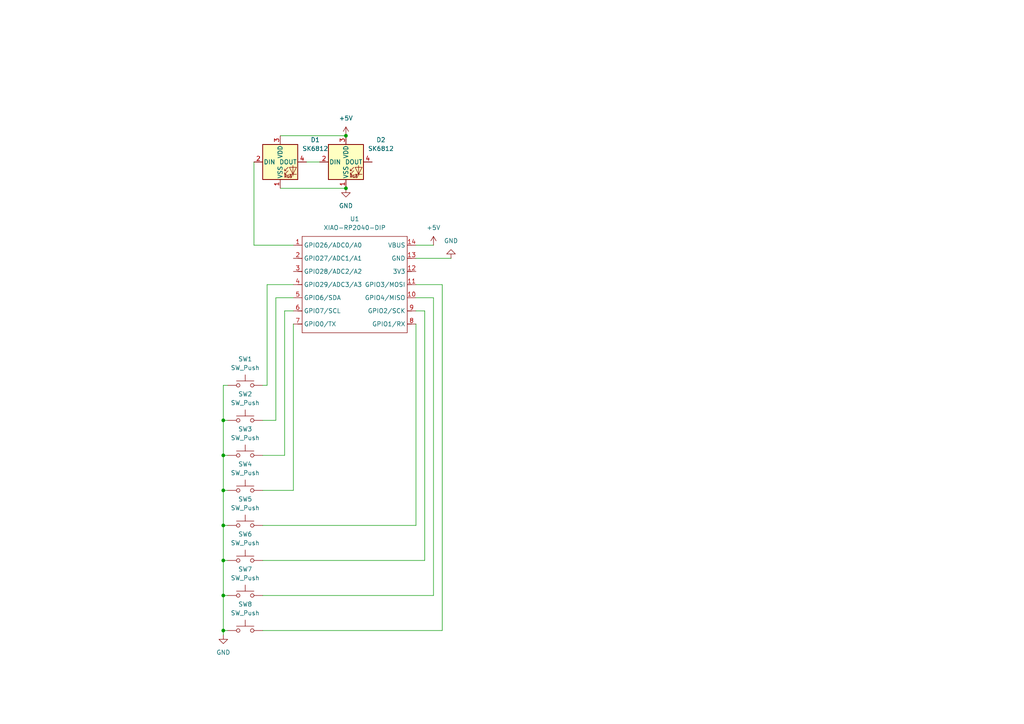
<source format=kicad_sch>
(kicad_sch (version 20250114) (generator "eeschema") (generator_version "9.0")
  (paper "A4")
  (lib_symbols
    (symbol "LED:SK6812" (pin_names (offset 0.254))
      (property "Reference" "D" (at 5.08 5.715 0))
      (property "Value" "SK6812" (at 1.27 -5.715 0))
      (symbol "SK6812_0_0"
        (text "RGB" (at 2.286 -4.191 0) (effects (font (size 0.762 0.762))))
      )
      (symbol "SK6812_0_1"
        (polyline (pts (xy 1.27 -2.54) (xy 1.778 -2.54)))
        (polyline (pts (xy 1.27 -3.556) (xy 1.778 -3.556)))
        (polyline (pts (xy 2.286 -1.524) (xy 1.27 -2.54) (xy 1.27 -2.032)))
        (polyline (pts (xy 2.286 -2.54) (xy 1.27 -3.556) (xy 1.27 -3.048)))
        (polyline (pts (xy 3.683 -1.016) (xy 3.683 -3.556) (xy 3.683 -4.064)))
        (polyline (pts (xy 4.699 -1.524) (xy 2.667 -1.524) (xy 3.683 -3.556) (xy 4.699 -1.524)))
        (polyline (pts (xy 4.699 -3.556) (xy 2.667 -3.556)))
        (rectangle (start 5.08 5.08) (end -5.08 -5.08) (stroke (width 0.254)) (fill (type background)))
      )
      (symbol "SK6812_1_1"
        (pin input line (at -7.62 0 0) (length 2.54) (name "DIN") (number "2"))
        (pin power_in line (at 0 7.62 270) (length 2.54) (name "VDD") (number "3"))
        (pin power_in line (at 0 -7.62 90) (length 2.54) (name "VSS") (number "1"))
        (pin output line (at 7.62 0 180) (length 2.54) (name "DOUT") (number "4"))
      )
    )
    (symbol "OPL:XIAO-RP2040-DIP"
      (property "Reference" "U" (at 0 0 0))
      (property "Value" "XIAO-RP2040-DIP" (at 5.334 -1.778 0))
      (symbol "XIAO-RP2040-DIP_1_0"
        (polyline (pts (xy -1.27 -2.54) (xy 29.21 -2.54)) (stroke (width 0.1524)))
        (polyline (pts (xy -1.27 -5.08) (xy -2.54 -5.08)) (stroke (width 0.1524)))
        (polyline (pts (xy -1.27 -5.08) (xy -1.27 -2.54)) (stroke (width 0.1524)))
        (polyline (pts (xy -1.27 -8.89) (xy -2.54 -8.89)) (stroke (width 0.1524)))
        (polyline (pts (xy -1.27 -8.89) (xy -1.27 -5.08)) (stroke (width 0.1524)))
        (polyline (pts (xy -1.27 -12.7) (xy -2.54 -12.7)) (stroke (width 0.1524)))
        (polyline (pts (xy -1.27 -12.7) (xy -1.27 -8.89)) (stroke (width 0.1524)))
        (polyline (pts (xy -1.27 -16.51) (xy -2.54 -16.51)) (stroke (width 0.1524)))
        (polyline (pts (xy -1.27 -16.51) (xy -1.27 -12.7)) (stroke (width 0.1524)))
        (polyline (pts (xy -1.27 -20.32) (xy -2.54 -20.32)) (stroke (width 0.1524)))
        (polyline (pts (xy -1.27 -24.13) (xy -2.54 -24.13)) (stroke (width 0.1524)))
        (polyline (pts (xy -1.27 -27.94) (xy -2.54 -27.94)) (stroke (width 0.1524)))
        (polyline (pts (xy -1.27 -30.48) (xy -1.27 -16.51)) (stroke (width 0.1524)))
        (polyline (pts (xy 29.21 -2.54) (xy 29.21 -5.08)) (stroke (width 0.1524)))
        (polyline (pts (xy 29.21 -5.08) (xy 29.21 -8.89)) (stroke (width 0.1524)))
        (polyline (pts (xy 29.21 -8.89) (xy 29.21 -12.7)) (stroke (width 0.1524)))
        (polyline (pts (xy 29.21 -12.7) (xy 29.21 -30.48)) (stroke (width 0.1524)))
        (polyline (pts (xy 29.21 -30.48) (xy -1.27 -30.48)) (stroke (width 0.1524)))
        (polyline (pts (xy 30.48 -5.08) (xy 29.21 -5.08)) (stroke (width 0.1524)))
        (polyline (pts (xy 30.48 -8.89) (xy 29.21 -8.89)) (stroke (width 0.1524)))
        (polyline (pts (xy 30.48 -12.7) (xy 29.21 -12.7)) (stroke (width 0.1524)))
        (polyline (pts (xy 30.48 -16.51) (xy 29.21 -16.51)) (stroke (width 0.1524)))
        (polyline (pts (xy 30.48 -20.32) (xy 29.21 -20.32)) (stroke (width 0.1524)))
        (polyline (pts (xy 30.48 -24.13) (xy 29.21 -24.13)) (stroke (width 0.1524)))
        (polyline (pts (xy 30.48 -27.94) (xy 29.21 -27.94)) (stroke (width 0.1524)))
        (pin passive line (at -3.81 -5.08 0) (length 2.54) (name "GPIO26/ADC0/A0") (number "1"))
        (pin passive line (at -3.81 -8.89 0) (length 2.54) (name "GPIO27/ADC1/A1") (number "2"))
        (pin passive line (at -3.81 -12.7 0) (length 2.54) (name "GPIO28/ADC2/A2") (number "3"))
        (pin passive line (at -3.81 -16.51 0) (length 2.54) (name "GPIO29/ADC3/A3") (number "4"))
        (pin passive line (at -3.81 -20.32 0) (length 2.54) (name "GPIO6/SDA") (number "5"))
        (pin passive line (at -3.81 -24.13 0) (length 2.54) (name "GPIO7/SCL") (number "6"))
        (pin passive line (at -3.81 -27.94 0) (length 2.54) (name "GPIO0/TX") (number "7"))
        (pin passive line (at 31.75 -5.08 180) (length 2.54) (name "VBUS") (number "14"))
        (pin passive line (at 31.75 -8.89 180) (length 2.54) (name "GND") (number "13"))
        (pin passive line (at 31.75 -12.7 180) (length 2.54) (name "3V3") (number "12"))
        (pin passive line (at 31.75 -16.51 180) (length 2.54) (name "GPIO3/MOSI") (number "11"))
        (pin passive line (at 31.75 -20.32 180) (length 2.54) (name "GPIO4/MISO") (number "10"))
        (pin passive line (at 31.75 -24.13 180) (length 2.54) (name "GPIO2/SCK") (number "9"))
        (pin passive line (at 31.75 -27.94 180) (length 2.54) (name "GPIO1/RX") (number "8"))
      )
    )
    (symbol "POWER:+5V" (power) (pin_numbers (hide yes)) (pin_names (offset 0) (hide yes))
      (property "Value" "+5V" (at 0 3.556 0))
      (symbol "+5V_0_1"
        (polyline (pts (xy -0.762 1.27) (xy 0 2.54)))
        (polyline (pts (xy 0 2.54) (xy 0.762 1.27)))
        (polyline (pts (xy 0 0) (xy 0 2.54)))
      )
      (symbol "+5V_1_1"
        (pin power_in line (at 0 0 90) (length 0) (name "~") (number "1"))
      )
    )
    (symbol "POWER:GND" (power) (pin_numbers (hide yes)) (pin_names (offset 0) (hide yes))
      (property "Value" "GND" (at 0 -3.81 0))
      (symbol "GND_0_1"
        (polyline (pts (xy 0 0) (xy 0 -1.27) (xy 1.27 -1.27) (xy 0 -2.54) (xy -1.27 -1.27) (xy 0 -1.27)))
      )
      (symbol "GND_1_1"
        (pin power_in line (at 0 0 270) (length 0) (name "~") (number "1"))
      )
    )
    (symbol "SWITCG:SW_Push" (pin_numbers (hide yes)) (pin_names (offset 1.016) (hide yes))
      (property "Reference" "SW" (at 1.27 2.54 0))
      (property "Value" "SW_Push" (at 0 -1.524 0))
      (symbol "SW_Push_0_1"
        (circle (center -2.032 0) (radius 0.508))
        (polyline (pts (xy 0 1.27) (xy 0 3.048)))
        (circle (center 2.032 0) (radius 0.508))
        (polyline (pts (xy 2.54 1.27) (xy -2.54 1.27)))
        (pin passive line (at -5.08 0 0) (length 2.54) (name "1") (number "1"))
        (pin passive line (at 5.08 0 180) (length 2.54) (name "2") (number "2"))
      )
    )
  )
  (junction (at 100.33 54.61))
  (junction (at 64.77 172.72))
  (junction (at 64.77 152.4))
  (junction (at 64.77 142.24))
  (junction (at 64.77 121.92))
  (junction (at 64.77 132.08))
  (junction (at 100.33 39.37))
  (junction (at 64.77 182.88))
  (junction (at 64.77 162.56))
  (wire (pts (xy 73.66 46.99) (xy 73.66 71.12)))
  (wire (pts (xy 80.01 121.92) (xy 76.2 121.92)))
  (wire (pts (xy 128.27 82.55) (xy 128.27 182.88)))
  (wire (pts (xy 85.09 93.98) (xy 85.09 142.24)))
  (wire (pts (xy 66.04 162.56) (xy 64.77 162.56)))
  (wire (pts (xy 120.65 93.98) (xy 120.65 152.4)))
  (wire (pts (xy 120.65 90.17) (xy 123.19 90.17)))
  (wire (pts (xy 82.55 90.17) (xy 82.55 132.08)))
  (wire (pts (xy 120.65 74.93) (xy 130.81 74.93)))
  (wire (pts (xy 120.65 82.55) (xy 128.27 82.55)))
  (wire (pts (xy 64.77 142.24) (xy 64.77 152.4)))
  (wire (pts (xy 120.65 86.36) (xy 125.73 86.36)))
  (wire (pts (xy 66.04 172.72) (xy 64.77 172.72)))
  (wire (pts (xy 66.04 152.4) (xy 64.77 152.4)))
  (wire (pts (xy 128.27 182.88) (xy 76.2 182.88)))
  (wire (pts (xy 77.47 82.55) (xy 77.47 111.76)))
  (wire (pts (xy 64.77 172.72) (xy 64.77 182.88)))
  (wire (pts (xy 125.73 172.72) (xy 76.2 172.72)))
  (wire (pts (xy 64.77 121.92) (xy 64.77 132.08)))
  (wire (pts (xy 64.77 132.08) (xy 64.77 142.24)))
  (wire (pts (xy 81.28 39.37) (xy 100.33 39.37)))
  (wire (pts (xy 64.77 182.88) (xy 64.77 184.15)))
  (wire (pts (xy 85.09 82.55) (xy 77.47 82.55)))
  (wire (pts (xy 66.04 121.92) (xy 64.77 121.92)))
  (wire (pts (xy 120.65 71.12) (xy 125.73 71.12)))
  (wire (pts (xy 88.9 46.99) (xy 92.71 46.99)))
  (wire (pts (xy 123.19 162.56) (xy 76.2 162.56)))
  (wire (pts (xy 64.77 152.4) (xy 64.77 162.56)))
  (wire (pts (xy 120.65 152.4) (xy 76.2 152.4)))
  (wire (pts (xy 66.04 142.24) (xy 64.77 142.24)))
  (wire (pts (xy 73.66 71.12) (xy 85.09 71.12)))
  (wire (pts (xy 66.04 111.76) (xy 64.77 111.76)))
  (wire (pts (xy 85.09 86.36) (xy 80.01 86.36)))
  (wire (pts (xy 66.04 132.08) (xy 64.77 132.08)))
  (wire (pts (xy 125.73 86.36) (xy 125.73 172.72)))
  (wire (pts (xy 123.19 90.17) (xy 123.19 162.56)))
  (wire (pts (xy 80.01 86.36) (xy 80.01 121.92)))
  (wire (pts (xy 77.47 111.76) (xy 76.2 111.76)))
  (wire (pts (xy 66.04 182.88) (xy 64.77 182.88)))
  (wire (pts (xy 85.09 90.17) (xy 82.55 90.17)))
  (wire (pts (xy 64.77 111.76) (xy 64.77 121.92)))
  (wire (pts (xy 81.28 54.61) (xy 100.33 54.61)))
  (wire (pts (xy 82.55 132.08) (xy 76.2 132.08)))
  (wire (pts (xy 64.77 162.56) (xy 64.77 172.72)))
  (wire (pts (xy 85.09 142.24) (xy 76.2 142.24)))
  (symbol (lib_id "SWITCG:SW_Push") (at 71.12 142.24 0) (unit 1)
    (property "Reference" "SW4" (at 71.12 134.62 0))
    (property "Value" "SW_Push" (at 71.12 137.16 0))
    (property "Footprint" "Button_Switch_Keyboard:SW_Cherry_MX_1.00u_PCB" (effects (hide yes)))
    (property "Description" "Push button switch, generic, two pins" (effects (hide yes)))
  )
  (symbol (lib_id "SWITCG:SW_Push") (at 71.12 132.08 0) (unit 1)
    (property "Reference" "SW3" (at 71.12 124.46 0))
    (property "Value" "SW_Push" (at 71.12 127 0))
    (property "Footprint" "Button_Switch_Keyboard:SW_Cherry_MX_1.00u_PCB" (effects (hide yes)))
    (property "Description" "Push button switch, generic, two pins" (effects (hide yes)))
  )
  (symbol (lib_id "SWITCG:SW_Push") (at 71.12 172.72 0) (unit 1)
    (property "Reference" "SW7" (at 71.12 165.1 0))
    (property "Value" "SW_Push" (at 71.12 167.64 0))
    (property "Footprint" "Button_Switch_Keyboard:SW_Cherry_MX_1.00u_PCB" (effects (hide yes)))
    (property "Description" "Push button switch, generic, two pins" (effects (hide yes)))
  )
  (symbol (lib_id "SWITCG:SW_Push") (at 71.12 182.88 0) (unit 1)
    (property "Reference" "SW8" (at 71.12 175.26 0))
    (property "Value" "SW_Push" (at 71.12 177.8 0))
    (property "Footprint" "Button_Switch_Keyboard:SW_Cherry_MX_1.00u_PCB" (effects (hide yes)))
    (property "Description" "Push button switch, generic, two pins" (effects (hide yes)))
  )
  (symbol (lib_id "SWITCG:SW_Push") (at 71.12 162.56 0) (unit 1)
    (property "Reference" "SW6" (at 71.12 154.94 0))
    (property "Value" "SW_Push" (at 71.12 157.48 0))
    (property "Footprint" "Button_Switch_Keyboard:SW_Cherry_MX_1.00u_PCB" (effects (hide yes)))
    (property "Description" "Push button switch, generic, two pins" (effects (hide yes)))
  )
  (symbol (lib_id "LED:SK6812") (at 81.28 46.99 0) (unit 1)
    (property "Reference" "D1" (at 91.44 40.5698 0))
    (property "Value" "SK6812" (at 91.44 43.1098 0))
    (property "Footprint" "LED_SMD:LED_SK6812_PLCC4_5.0x5.0mm_P3.2mm" (effects (hide yes)))
    (property "Datasheet" "https://cdn-shop.adafruit.com/product-files/1138/SK6812+LED+datasheet+.pdf" (effects (hide yes)))
    (property "Description" "RGB LED with integrated controller" (effects (hide yes)))
  )
  (symbol (lib_id "POWER:+5V") (at 100.33 39.37 0) (unit 1)
    (property "Reference" "#PWR04" (effects (hide yes)))
    (property "Value" "+5V" (at 100.33 34.29 0))
    (property "Description" "Power symbol creates a global label with name \"+5V\"" (effects (hide yes)))
  )
  (symbol (lib_id "POWER:+5V") (at 125.73 71.12 0) (unit 1)
    (property "Reference" "#PWR01" (effects (hide yes)))
    (property "Value" "+5V" (at 125.73 66.04 0))
    (property "Description" "Power symbol creates a global label with name \"+5V\"" (effects (hide yes)))
  )
  (symbol (lib_id "SWITCG:SW_Push") (at 71.12 121.92 0) (unit 1)
    (property "Reference" "SW2" (at 71.12 114.3 0))
    (property "Value" "SW_Push" (at 71.12 116.84 0))
    (property "Footprint" "Button_Switch_Keyboard:SW_Cherry_MX_1.00u_PCB" (effects (hide yes)))
    (property "Description" "Push button switch, generic, two pins" (effects (hide yes)))
  )
  (symbol (lib_id "SWITCG:SW_Push") (at 71.12 111.76 0) (unit 1)
    (property "Reference" "SW1" (at 71.12 104.14 0))
    (property "Value" "SW_Push" (at 71.12 106.68 0))
    (property "Footprint" "Button_Switch_Keyboard:SW_Cherry_MX_1.00u_PCB" (effects (hide yes)))
    (property "Description" "Push button switch, generic, two pins" (effects (hide yes)))
  )
  (symbol (lib_id "POWER:GND") (at 130.81 74.93 180) (unit 1)
    (property "Reference" "#PWR02" (effects (hide yes)))
    (property "Value" "GND" (at 130.81 69.85 0))
    (property "Description" "Power symbol creates a global label with name \"GND\" , ground" (effects (hide yes)))
  )
  (symbol (lib_id "LED:SK6812") (at 100.33 46.99 0) (unit 1)
    (property "Reference" "D2" (at 110.49 40.5698 0))
    (property "Value" "SK6812" (at 110.49 43.1098 0))
    (property "Footprint" "LED_SMD:LED_SK6812_PLCC4_5.0x5.0mm_P3.2mm" (effects (hide yes)))
    (property "Datasheet" "https://cdn-shop.adafruit.com/product-files/1138/SK6812+LED+datasheet+.pdf" (effects (hide yes)))
    (property "Description" "RGB LED with integrated controller" (effects (hide yes)))
  )
  (symbol (lib_id "SWITCG:SW_Push") (at 71.12 152.4 0) (unit 1)
    (property "Reference" "SW5" (at 71.12 144.78 0))
    (property "Value" "SW_Push" (at 71.12 147.32 0))
    (property "Footprint" "Button_Switch_Keyboard:SW_Cherry_MX_1.00u_PCB" (effects (hide yes)))
    (property "Description" "Push button switch, generic, two pins" (effects (hide yes)))
  )
  (symbol (lib_id "OPL:XIAO-RP2040-DIP") (at 88.9 66.04 0) (unit 1)
    (property "Reference" "U1" (at 102.87 63.5 0))
    (property "Value" "XIAO-RP2040-DIP" (at 102.87 66.04 0))
    (property "Footprint" "FEET:XIAO-RP2350-DIP" (effects (hide yes)))
  )
  (symbol (lib_id "POWER:GND") (at 100.33 54.61 0) (unit 1)
    (property "Reference" "#PWR05" (effects (hide yes)))
    (property "Value" "GND" (at 100.33 59.69 0))
    (property "Description" "Power symbol creates a global label with name \"GND\" , ground" (effects (hide yes)))
  )
  (symbol (lib_id "POWER:GND") (at 64.77 184.15 0) (unit 1)
    (property "Reference" "#PWR03" (effects (hide yes)))
    (property "Value" "GND" (at 64.77 189.23 0))
    (property "Description" "Power symbol creates a global label with name \"GND\" , ground" (effects (hide yes)))
  )
)
</source>
